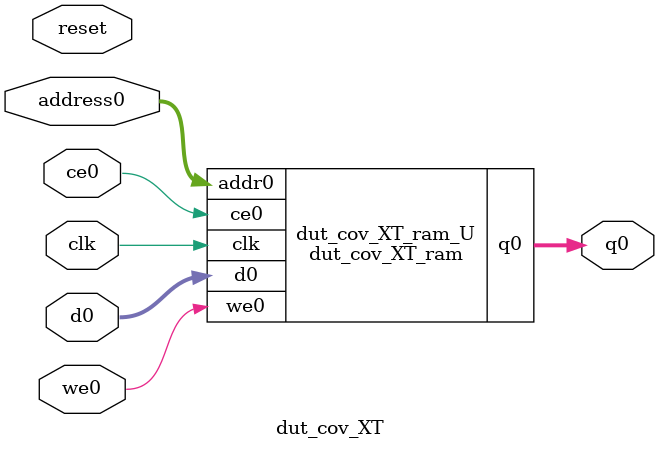
<source format=v>

`timescale 1 ns / 1 ps
module dut_cov_XT_ram (addr0, ce0, d0, we0, q0,  clk);

parameter DWIDTH = 32;
parameter AWIDTH = 17;
parameter MEM_SIZE = 78400;

input[AWIDTH-1:0] addr0;
input ce0;
input[DWIDTH-1:0] d0;
input we0;
output reg[DWIDTH-1:0] q0;
input clk;

(* ram_style = "block" *)reg [DWIDTH-1:0] ram[MEM_SIZE-1:0];




always @(posedge clk)  
begin 
    if (ce0) 
    begin
        if (we0) 
        begin 
            ram[addr0] <= d0; 
            q0 <= d0;
        end 
        else 
            q0 <= ram[addr0];
    end
end


endmodule


`timescale 1 ns / 1 ps
module dut_cov_XT(
    reset,
    clk,
    address0,
    ce0,
    we0,
    d0,
    q0);

parameter DataWidth = 32'd32;
parameter AddressRange = 32'd78400;
parameter AddressWidth = 32'd17;
input reset;
input clk;
input[AddressWidth - 1:0] address0;
input ce0;
input we0;
input[DataWidth - 1:0] d0;
output[DataWidth - 1:0] q0;



dut_cov_XT_ram dut_cov_XT_ram_U(
    .clk( clk ),
    .addr0( address0 ),
    .ce0( ce0 ),
    .d0( d0 ),
    .we0( we0 ),
    .q0( q0 ));

endmodule


</source>
